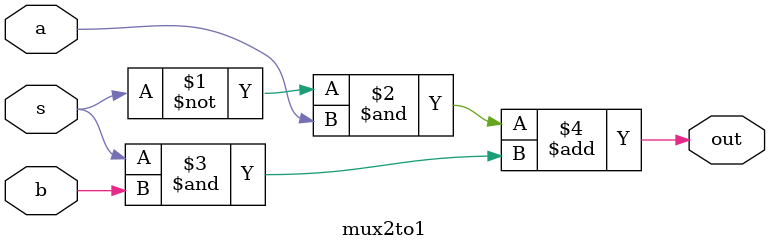
<source format=v>
module mux2to1(a, b, s, out);
  input a, b, s;
  output out;

  assign out = (~s & a) + (s & b);
endmodule

</source>
